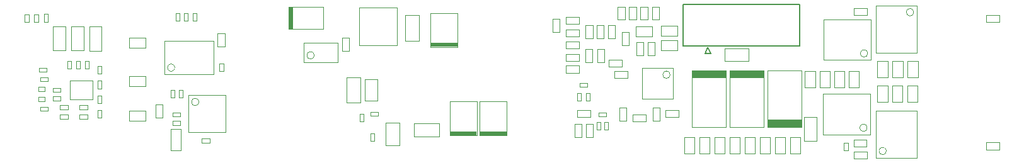
<source format=gbr>
%TF.GenerationSoftware,Altium Limited,Altium Designer,19.0.15 (446)*%
G04 Layer_Color=16711935*
%FSLAX26Y26*%
%MOIN*%
%TF.FileFunction,Other,Mechanical_13*%
%TF.Part,Single*%
G01*
G75*
%TA.AperFunction,NonConductor*%
%ADD92C,0.003937*%
%ADD93C,0.005000*%
%ADD143R,0.024358X0.114961*%
%ADD144R,0.141732X0.024199*%
%ADD145R,0.181102X0.040244*%
%ADD146R,0.181102X0.040244*%
D92*
X2208535Y966106D02*
G03*
X2208535Y966106I-19685J0D01*
G01*
X1470945Y900865D02*
G03*
X1470945Y900865I-19685J0D01*
G01*
X4091220Y863386D02*
G03*
X4091220Y863386I-19685J0D01*
G01*
X5133252Y582362D02*
G03*
X5133252Y582362I-19685J0D01*
G01*
X5136252Y976362D02*
G03*
X5136252Y976362I-19685J0D01*
G01*
X5235047Y459433D02*
G03*
X5235047Y459433I-19685J0D01*
G01*
X5379323Y1194567D02*
G03*
X5379323Y1194567I-19685J0D01*
G01*
X1598693Y718992D02*
G03*
X1598693Y718992I-19685J0D01*
G01*
X1369299Y705449D02*
X1406701D01*
X1369299Y636551D02*
X1406701D01*
Y705449D01*
X1369299Y636551D02*
Y705449D01*
X5241200Y718197D02*
Y804811D01*
X5186082Y718197D02*
Y804811D01*
X5241200D01*
X5186082Y718197D02*
X5241200D01*
X2690567Y1044071D02*
X2761433D01*
X2690567Y1177929D02*
X2761433D01*
X2690567Y1044071D02*
Y1177929D01*
X2761433Y1044071D02*
Y1177929D01*
X2355299Y989551D02*
X2392701D01*
X2355299Y1058449D02*
X2392701D01*
X2355299Y989551D02*
Y1058449D01*
X2392701Y989551D02*
Y1058449D01*
X1019520Y990024D02*
X1084480D01*
X1019520Y1117976D02*
X1084480D01*
X1019520Y990024D02*
Y1117976D01*
X1084480Y990024D02*
Y1117976D01*
X923520Y991024D02*
X988480D01*
X923520Y1118976D02*
X988480D01*
X923520Y991024D02*
Y1118976D01*
X988480Y991024D02*
Y1118976D01*
X827520Y991024D02*
X892480D01*
X827520Y1118976D02*
X892480D01*
X827520Y991024D02*
Y1118976D01*
X892480Y991024D02*
Y1118976D01*
X2646399Y1017599D02*
Y1218387D01*
X2445612D02*
X2646399D01*
X2445612Y1017599D02*
X2646399D01*
X2445612D02*
Y1218387D01*
X2332551Y928705D02*
Y1031067D01*
X2151449Y928705D02*
Y1031067D01*
X2332551D01*
X2151449Y928705D02*
X2332551D01*
X2073449Y1221102D02*
X2254551D01*
X2073449Y1106141D02*
X2254551D01*
X2073449D02*
Y1221102D01*
X2254551Y1106141D02*
Y1221102D01*
X677173Y1141968D02*
Y1183307D01*
X698827Y1141968D02*
Y1183307D01*
X677173Y1141968D02*
X698827D01*
X677173Y1183307D02*
X698827D01*
X2926913Y721882D02*
X3068646D01*
X2926913Y541961D02*
X3068646D01*
Y721882D01*
X2926913Y541961D02*
Y721882D01*
X3084394Y721606D02*
X3226126D01*
X3084394Y541685D02*
X3226126D01*
Y721606D01*
X3084394Y541685D02*
Y721606D01*
X1675669Y865432D02*
Y1042597D01*
X1415827Y865432D02*
Y1042597D01*
X1675669D01*
X1415827Y865432D02*
X1675669D01*
X3943583Y898819D02*
X4106968D01*
X3943583Y735433D02*
X4106968D01*
Y898819D01*
X3943583Y735433D02*
Y898819D01*
X915724Y730795D02*
X1036591D01*
X915724Y833945D02*
X1036591D01*
Y730795D02*
Y833945D01*
X915724Y730795D02*
Y833945D01*
X2587567Y487976D02*
X2658433D01*
X2587567Y610024D02*
X2658433D01*
Y487976D02*
Y610024D01*
X2587567Y487976D02*
Y610024D01*
X3704683Y928551D02*
X3742085D01*
X3704683Y997449D02*
X3742085D01*
X3704683Y928551D02*
Y997449D01*
X3742085Y928551D02*
Y997449D01*
X3642716Y928961D02*
X3680118D01*
X3642716Y997858D02*
X3680118D01*
X3642716Y928961D02*
Y997858D01*
X3680118Y928961D02*
Y997858D01*
X3612331Y797496D02*
Y819149D01*
X3653669Y797496D02*
Y819149D01*
X3612331D02*
X3653669D01*
X3612331Y797496D02*
X3653669D01*
X3620236Y725402D02*
Y765953D01*
X3599764Y725402D02*
Y765953D01*
X3620236D01*
X3599764Y725402D02*
X3620236D01*
X3995307Y1064441D02*
Y1119559D01*
X3908693Y1064441D02*
Y1119559D01*
Y1064441D02*
X3995307D01*
X3908693Y1119559D02*
X3995307D01*
X3764478Y572591D02*
Y613142D01*
X3744006Y572591D02*
Y613142D01*
X3764478D01*
X3744006Y572591D02*
X3764478D01*
X5031236Y462401D02*
Y502953D01*
X5010764Y462401D02*
Y502953D01*
X5031236D01*
X5010764Y462401D02*
X5031236D01*
X4899000Y763071D02*
X5149000D01*
X4899000Y546929D02*
X5149000D01*
X4899000D02*
Y763071D01*
X5149000Y546929D02*
Y763071D01*
X5130449Y481299D02*
Y518701D01*
X5061551Y481299D02*
Y518701D01*
Y481299D02*
X5130449D01*
X5061551Y518701D02*
X5130449D01*
X4405449Y885512D02*
X4586551D01*
X4405449Y586299D02*
X4586551D01*
Y885512D01*
X4405449Y586299D02*
Y885512D01*
X4135449Y637874D02*
Y675276D01*
X4066551Y637874D02*
Y675276D01*
Y637874D02*
X4135449D01*
X4066551Y675276D02*
X4135449D01*
X3540551Y1066299D02*
Y1103701D01*
X3609449Y1066299D02*
Y1103701D01*
X3540551D02*
X3609449D01*
X3540551Y1066299D02*
X3609449D01*
X3540551Y873898D02*
Y911299D01*
X3609449Y873898D02*
Y911299D01*
X3540551D02*
X3609449D01*
X3540551Y873898D02*
X3609449D01*
X3540551Y935551D02*
Y972953D01*
X3609449Y935551D02*
Y972953D01*
X3540551D02*
X3609449D01*
X3540551Y935551D02*
X3609449D01*
X3540551Y1131299D02*
Y1168701D01*
X3609449Y1131299D02*
Y1168701D01*
X3540551D02*
X3609449D01*
X3540551Y1131299D02*
X3609449D01*
X3470299Y1088551D02*
X3507701D01*
X3470299Y1157449D02*
X3507701D01*
X3470299Y1088551D02*
Y1157449D01*
X3507701Y1088551D02*
Y1157449D01*
X4902000Y1157071D02*
X5152000D01*
X4902000Y940929D02*
X5152000D01*
X4902000D02*
Y1157071D01*
X5152000Y940929D02*
Y1157071D01*
X5396071Y424000D02*
Y674000D01*
X5179929Y424000D02*
Y674000D01*
X5396071D01*
X5179929Y424000D02*
X5396071D01*
X3712331Y642173D02*
Y663827D01*
X3753669Y642173D02*
Y663827D01*
X3712331D02*
X3753669D01*
X3712331Y642173D02*
X3753669D01*
X3722638Y572591D02*
Y613142D01*
X3702165Y572591D02*
Y613142D01*
X3722638D01*
X3702165Y572591D02*
X3722638D01*
X3665264Y725402D02*
Y765953D01*
X3644791Y725402D02*
Y765953D01*
X3665264D01*
X3644791Y725402D02*
X3665264D01*
X3912299Y966551D02*
X3949701D01*
X3912299Y1035449D02*
X3949701D01*
X3912299Y966551D02*
Y1035449D01*
X3949701Y966551D02*
Y1035449D01*
X3998345Y688449D02*
X4035746D01*
X3998345Y619551D02*
X4035746D01*
Y688449D01*
X3998345Y619551D02*
Y688449D01*
X3821874Y687449D02*
X3859276D01*
X3821874Y618551D02*
X3859276D01*
Y687449D01*
X3821874Y618551D02*
Y687449D01*
X4506489Y936447D02*
Y1001408D01*
X4378536Y936447D02*
Y1001408D01*
Y936447D02*
X4506489D01*
X4378536Y1001408D02*
X4506489D01*
X3600282Y638299D02*
Y675701D01*
X3669180Y638299D02*
Y675701D01*
X3600282D02*
X3669180D01*
X3600282Y638299D02*
X3669180D01*
X5062551Y418299D02*
Y455701D01*
X5131449Y418299D02*
Y455701D01*
X5062551D02*
X5131449D01*
X5062551Y418299D02*
X5131449D01*
X3647030Y532902D02*
X3684432D01*
X3647030Y601799D02*
X3684432D01*
X3647030Y532902D02*
Y601799D01*
X3684432Y532902D02*
Y601799D01*
X3934299Y1154264D02*
X3971701D01*
X3934299Y1223162D02*
X3971701D01*
X3934299Y1154264D02*
Y1223162D01*
X3971701Y1154264D02*
Y1223162D01*
X3995299D02*
X4032701D01*
X3995299Y1154264D02*
X4032701D01*
Y1223162D01*
X3995299Y1154264D02*
Y1223162D01*
X3814299Y1154264D02*
X3851701D01*
X3814299Y1223162D02*
X3851701D01*
X3814299Y1154264D02*
Y1223162D01*
X3851701Y1154264D02*
Y1223162D01*
X3874299Y1223162D02*
X3911701D01*
X3874299Y1154264D02*
X3911701D01*
Y1223162D01*
X3874299Y1154264D02*
Y1223162D01*
X3836299Y1088449D02*
X3873701D01*
X3836299Y1019551D02*
X3873701D01*
Y1088449D01*
X3836299Y1019551D02*
Y1088449D01*
X5063551Y1178299D02*
Y1215701D01*
X5132449Y1178299D02*
Y1215701D01*
X5063551D02*
X5132449D01*
X5063551Y1178299D02*
X5132449D01*
X3585581Y602039D02*
X3622983D01*
X3585581Y533142D02*
X3622983D01*
Y602039D01*
X3585581Y533142D02*
Y602039D01*
X3761299Y1124881D02*
X3798701D01*
X3761299Y1055984D02*
X3798701D01*
Y1124881D01*
X3761299Y1055984D02*
Y1124881D01*
X3643860Y1055983D02*
X3681261D01*
X3643860Y1124881D02*
X3681261D01*
X3643860Y1055983D02*
Y1124881D01*
X3681261Y1055983D02*
Y1124881D01*
X3702299Y1056551D02*
X3739701D01*
X3702299Y1125449D02*
X3739701D01*
X3702299Y1056551D02*
Y1125449D01*
X3739701Y1056551D02*
Y1125449D01*
X3609252Y1000984D02*
Y1038386D01*
X3540354Y1000984D02*
Y1038386D01*
Y1000984D02*
X3609252D01*
X3540354Y1038386D02*
X3609252D01*
X3836449Y906299D02*
Y943701D01*
X3767551Y906299D02*
Y943701D01*
Y906299D02*
X3836449D01*
X3767551Y943701D02*
X3836449D01*
X5831449Y467299D02*
Y504701D01*
X5762551Y467299D02*
Y504701D01*
Y467299D02*
X5831449D01*
X5762551Y504701D02*
X5831449D01*
X5832449Y1143299D02*
Y1180701D01*
X5763551Y1143299D02*
Y1180701D01*
Y1143299D02*
X5832449D01*
X5763551Y1180701D02*
X5832449D01*
X3865449Y844299D02*
Y881701D01*
X3796551Y844299D02*
Y881701D01*
Y844299D02*
X3865449D01*
X3796551Y881701D02*
X3865449D01*
X3971299Y966551D02*
X4008701D01*
X3971299Y1035449D02*
X4008701D01*
X3971299Y966551D02*
Y1035449D01*
X4008701Y966551D02*
Y1035449D01*
X4205449Y885606D02*
X4386551D01*
X4205449Y586394D02*
X4386551D01*
Y885606D01*
X4205449Y586394D02*
Y885606D01*
X4605449Y586394D02*
X4786551D01*
X4605449Y885606D02*
X4786551D01*
X4605449Y586394D02*
Y885606D01*
X4786551Y586394D02*
Y885606D01*
X5178929Y980000D02*
Y1230000D01*
X5395071Y980000D02*
Y1230000D01*
X5178929Y980000D02*
X5395071D01*
X5178929Y1230000D02*
X5395071D01*
X3962449Y614535D02*
Y651937D01*
X3893551Y614535D02*
Y651937D01*
Y614535D02*
X3962449D01*
X3893551Y651937D02*
X3962449D01*
X4043693Y1068441D02*
Y1123559D01*
X4130307Y1068441D02*
Y1123559D01*
X4043693D02*
X4130307D01*
X4043693Y1068441D02*
X4130307D01*
X4043693Y991441D02*
Y1046559D01*
X4130307Y991441D02*
Y1046559D01*
X4043693D02*
X4130307D01*
X4043693Y991441D02*
X4130307D01*
X4804441Y797242D02*
X4859559D01*
X4804441Y883856D02*
X4859559D01*
X4804441Y797242D02*
Y883856D01*
X4859559Y797242D02*
Y883856D01*
X5345988Y718197D02*
X5401106D01*
X5345988Y804811D02*
X5401106D01*
X5345988Y718197D02*
Y804811D01*
X5401106Y718197D02*
Y804811D01*
X5265988Y718197D02*
X5321106D01*
X5265988Y804811D02*
X5321106D01*
X5265988Y718197D02*
Y804811D01*
X5321106Y718197D02*
Y804811D01*
X4800520Y512024D02*
X4865480D01*
X4800520Y639976D02*
X4865480D01*
X4800520Y512024D02*
Y639976D01*
X4865480Y512024D02*
Y639976D01*
X4958535Y796697D02*
X5013653D01*
X4958535Y883311D02*
X5013653D01*
X4958535Y796697D02*
Y883311D01*
X5013653Y796697D02*
Y883311D01*
X4881535Y796697D02*
X4936653D01*
X4881535Y883311D02*
X4936653D01*
X4881535Y796697D02*
Y883311D01*
X4936653Y796697D02*
Y883311D01*
X5186082Y935852D02*
X5241200D01*
X5186082Y849238D02*
X5241200D01*
Y935852D01*
X5186082Y849238D02*
Y935852D01*
X5266082D02*
X5321200D01*
X5266082Y849238D02*
X5321200D01*
Y935852D01*
X5266082Y849238D02*
Y935852D01*
X5346082D02*
X5401200D01*
X5346082Y849238D02*
X5401200D01*
Y935852D01*
X5346082Y849238D02*
Y935852D01*
X5035441Y796242D02*
X5090559D01*
X5035441Y882856D02*
X5090559D01*
X5035441Y796242D02*
Y882856D01*
X5090559Y796242D02*
Y882856D01*
X4725346Y446224D02*
X4780465D01*
X4725346Y532838D02*
X4780465D01*
X4725346Y446224D02*
Y532838D01*
X4780465Y446224D02*
Y532838D01*
X4645346Y446224D02*
X4700465D01*
X4645346Y532838D02*
X4700465D01*
X4645346Y446224D02*
Y532838D01*
X4700465Y446224D02*
Y532838D01*
X4565346Y446224D02*
X4620465D01*
X4565346Y532838D02*
X4620465D01*
X4565346Y446224D02*
Y532838D01*
X4620465Y446224D02*
Y532838D01*
X4485346Y446224D02*
X4540465D01*
X4485346Y532838D02*
X4540465D01*
X4485346Y446224D02*
Y532838D01*
X4540465Y446224D02*
Y532838D01*
X4405346Y446224D02*
X4460465D01*
X4405346Y532838D02*
X4460465D01*
X4405346Y446224D02*
Y532838D01*
X4460465Y446224D02*
Y532838D01*
X4325346Y446224D02*
X4380465D01*
X4325346Y532838D02*
X4380465D01*
X4325346Y446224D02*
Y532838D01*
X4380465Y446224D02*
Y532838D01*
X4245346Y446224D02*
X4300465D01*
X4245346Y532838D02*
X4300465D01*
X4245346Y446224D02*
Y532838D01*
X4300465Y446224D02*
Y532838D01*
X4165346Y446224D02*
X4220465D01*
X4165346Y532838D02*
X4220465D01*
X4165346Y446224D02*
Y532838D01*
X4220465Y446224D02*
Y532838D01*
X749835Y720867D02*
X781331D01*
X749835Y744489D02*
X781331D01*
Y720867D02*
Y744489D01*
X749835Y720867D02*
Y744489D01*
Y776292D02*
X781331D01*
X749835Y799914D02*
X781331D01*
Y776292D02*
Y799914D01*
X749835Y776292D02*
Y799914D01*
X1707764Y882724D02*
X1728236D01*
X1707764Y923276D02*
X1728236D01*
X1707764Y882724D02*
Y923276D01*
X1728236Y882724D02*
Y923276D01*
X1448441Y463882D02*
X1503559D01*
X1448441Y574118D02*
X1503559D01*
Y463882D02*
Y574118D01*
X1448441Y463882D02*
Y574118D01*
X1062346Y790403D02*
X1082819D01*
X1062346Y830954D02*
X1082819D01*
X1062346Y790403D02*
Y830954D01*
X1082819Y790403D02*
Y830954D01*
X758693Y850505D02*
X800031D01*
X758693Y828851D02*
X800031D01*
X758693D02*
Y850505D01*
X800031Y828851D02*
Y850505D01*
X757913Y692505D02*
X799252D01*
X757913Y670851D02*
X799252D01*
X757913D02*
Y692505D01*
X799252Y670851D02*
Y692505D01*
X948346Y934954D02*
X968819D01*
X948346Y894403D02*
X968819D01*
Y934954D01*
X948346Y894403D02*
Y934954D01*
X794323Y877764D02*
Y898236D01*
X753771Y877764D02*
Y898236D01*
Y877764D02*
X794323D01*
X753771Y898236D02*
X794323D01*
X1062764Y908764D02*
X1083236D01*
X1062764Y868213D02*
X1083236D01*
Y908764D01*
X1062764Y868213D02*
Y908764D01*
X1734701Y1012551D02*
Y1081449D01*
X1697299Y1012551D02*
Y1081449D01*
X1734701D01*
X1697299Y1012551D02*
X1734701D01*
X1493512Y741778D02*
X1513984D01*
X1493512Y782329D02*
X1513984D01*
X1493512Y741778D02*
Y782329D01*
X1513984Y741778D02*
Y782329D01*
X1448512Y741778D02*
X1468984D01*
X1448512Y782329D02*
X1468984D01*
X1448512Y741778D02*
Y782329D01*
X1468984Y741778D02*
Y782329D01*
X1230693Y803425D02*
X1317307D01*
X1230693Y856575D02*
X1317307D01*
Y803425D02*
Y856575D01*
X1230693Y803425D02*
Y856575D01*
Y618425D02*
X1317307D01*
X1230693Y671575D02*
X1317307D01*
Y618425D02*
Y671575D01*
X1230693Y618425D02*
Y671575D01*
Y1004425D02*
X1317307D01*
X1230693Y1057575D02*
X1317307D01*
Y1004425D02*
Y1057575D01*
X1230693Y1004425D02*
Y1057575D01*
X1565236Y1190666D02*
X1585708D01*
X1565236Y1150115D02*
X1585708D01*
Y1190666D01*
X1565236Y1150115D02*
Y1190666D01*
X1520236D02*
X1540708D01*
X1520236Y1150115D02*
X1540708D01*
Y1190666D01*
X1520236Y1150115D02*
Y1190666D01*
X1475236D02*
X1495708D01*
X1475236Y1150115D02*
X1495708D01*
Y1190666D01*
X1475236Y1150115D02*
Y1190666D01*
X1459293Y642401D02*
Y662874D01*
X1499844Y642401D02*
Y662874D01*
X1459293D02*
X1499844D01*
X1459293Y642401D02*
X1499844D01*
X1459293Y597401D02*
Y617874D01*
X1499844Y597401D02*
Y617874D01*
X1459293D02*
X1499844D01*
X1459293Y597401D02*
X1499844D01*
X1543575Y557575D02*
Y754425D01*
X1740425Y557575D02*
Y754425D01*
X1543575D02*
X1740425D01*
X1543575Y557575D02*
X1740425D01*
X1613331Y524827D02*
X1654669D01*
X1613331Y503173D02*
X1654669D01*
X1613331D02*
Y524827D01*
X1654669Y503173D02*
Y524827D01*
X2380567Y849299D02*
X2451433D01*
X2380567Y715441D02*
X2451433D01*
Y849299D01*
X2380567Y715441D02*
Y849299D01*
X2824134Y1189961D02*
X2965866D01*
X2824134Y1010039D02*
X2965866D01*
Y1189961D01*
X2824134Y1010039D02*
Y1189961D01*
X778594Y1143693D02*
X800248D01*
X778594Y1185032D02*
X800248D01*
X778594Y1143693D02*
Y1185032D01*
X800248Y1143693D02*
Y1185032D01*
X727173Y1184094D02*
X748827D01*
X727173Y1142756D02*
X748827D01*
Y1184094D01*
X727173Y1142756D02*
Y1184094D01*
X995449Y894724D02*
Y935276D01*
X1015921Y894724D02*
Y935276D01*
X995449Y894724D02*
X1015921D01*
X995449Y935276D02*
X1015921D01*
X967535Y630189D02*
Y651842D01*
X1008874Y630189D02*
Y651842D01*
X967535D02*
X1008874D01*
X967535Y630189D02*
X1008874D01*
X967496Y680189D02*
Y701842D01*
X1008835Y680189D02*
Y701842D01*
X967496D02*
X1008835D01*
X967496Y680189D02*
X1008835D01*
X863913Y630189D02*
Y651842D01*
X905252Y630189D02*
Y651842D01*
X863913D02*
X905252D01*
X863913Y630189D02*
X905252D01*
X863913Y680189D02*
Y701842D01*
X905252Y680189D02*
Y701842D01*
X863913D02*
X905252D01*
X863913Y680189D02*
X905252D01*
X827307Y773442D02*
X867858D01*
X827307Y793914D02*
X867858D01*
Y773442D02*
Y793914D01*
X827307Y773442D02*
Y793914D01*
Y727104D02*
X867858D01*
X827307Y747577D02*
X867858D01*
Y727104D02*
Y747577D01*
X827307Y727104D02*
Y747577D01*
X901346Y894403D02*
Y934954D01*
X921819Y894403D02*
Y934954D01*
X901346Y894403D02*
X921819D01*
X901346Y934954D02*
X921819D01*
X1082819Y712724D02*
Y753276D01*
X1062346Y712724D02*
Y753276D01*
X1082819D01*
X1062346Y712724D02*
X1082819D01*
Y634724D02*
Y675276D01*
X1062346Y634724D02*
Y675276D01*
X1082819D01*
X1062346Y634724D02*
X1082819D01*
X2870929Y536567D02*
Y607433D01*
X2737071Y536567D02*
Y607433D01*
Y536567D02*
X2870929D01*
X2737071Y607433D02*
X2870929D01*
X2506173Y553669D02*
X2527827D01*
X2506173Y512331D02*
X2527827D01*
Y553669D01*
X2506173Y512331D02*
Y553669D01*
X2505724Y667236D02*
X2546276D01*
X2505724Y646764D02*
X2546276D01*
X2505724D02*
Y667236D01*
X2546276Y646764D02*
Y667236D01*
X2475535Y839417D02*
X2542465D01*
X2475535Y727212D02*
X2542465D01*
Y839417D01*
X2475535Y727212D02*
Y839417D01*
X2448173Y615189D02*
X2469827D01*
X2448173Y656528D02*
X2469827D01*
X2448173Y615189D02*
Y656528D01*
X2469827Y615189D02*
Y656528D01*
D93*
X4290890Y1008079D02*
X4306638Y976583D01*
X4275142D02*
X4290890Y1008079D01*
X4275142Y976583D02*
X4306638D01*
X4776126Y1015953D02*
Y1235244D01*
X4159984Y1015953D02*
Y1235244D01*
X4776126D01*
X4159984Y1015953D02*
X4776126D01*
D143*
X2085629Y1163621D02*
D03*
D144*
X2997778Y554060D02*
D03*
X3155259Y553789D02*
D03*
X2895000Y1022135D02*
D03*
D145*
X4496000Y865390D02*
D03*
D146*
X4296000Y865484D02*
D03*
X4696000Y606516D02*
D03*
%TF.MD5,5f5c8af7c264b05f09a8599e1cd1814d*%
M02*

</source>
